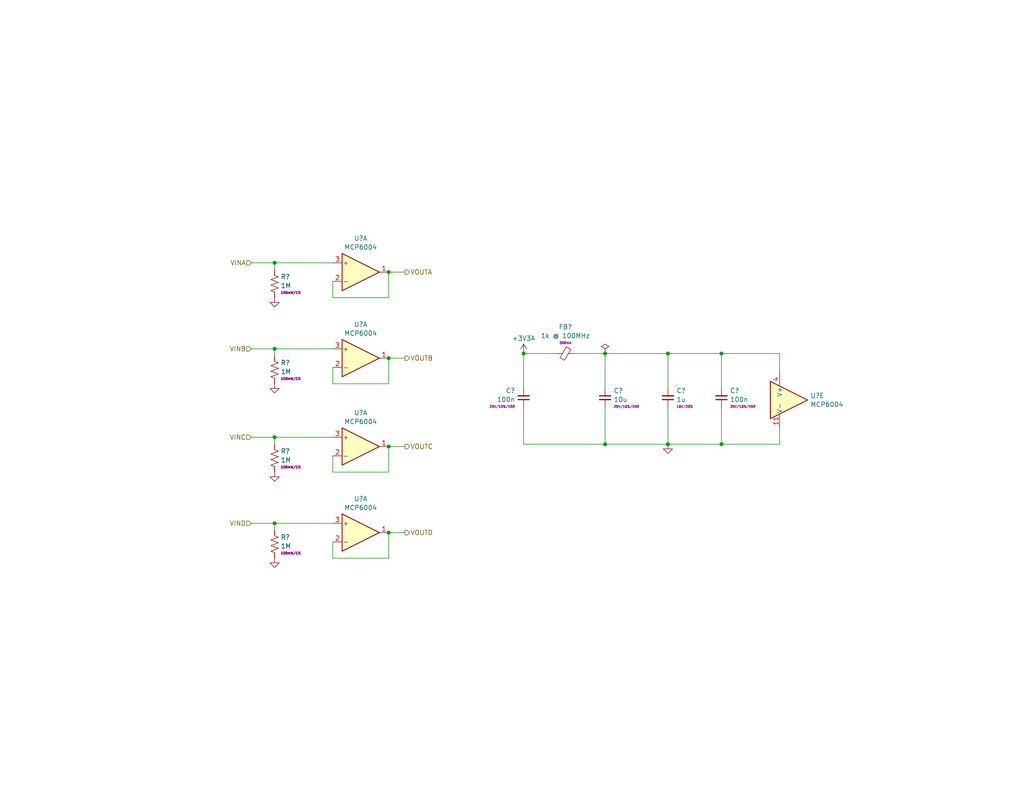
<source format=kicad_sch>
(kicad_sch (version 20230121) (generator eeschema)
  (paper "USLetter")
  (title_block (title "Hubble Motherboard") (date "2021-11-20") (rev "v3") (company "Winterbloom") (comment 1 "Alethea Flowers") (comment 2 "CERN-OHL-P V2") (comment 3 "hubble.wntr.dev"))
  (lib_symbols
    (symbol "Device:C_Small" (pin_numbers hide) (pin_names (offset 0.254) hide)
      (property "Reference" "C" (at 0.254 1.778 0))
      (property "Value" "C_Small" (at 0.254 -2.032 0))
      (symbol "C_Small_0_1"
        (polyline (pts (xy -1.524 -0.508) (xy 1.524 -0.508)) (stroke (width 0.3302)))
        (polyline (pts (xy -1.524 0.508) (xy 1.524 0.508)) (stroke (width 0.3048)))
      )
      (symbol "C_Small_1_1"
        (pin passive line (at 0 2.54 270) (length 2.032) (name "~") (number "1"))
        (pin passive line (at 0 -2.54 90) (length 2.032) (name "~") (number "2"))
      )
    )
    (symbol "Device:FerriteBead_Small" (pin_numbers hide) (pin_names (offset 0))
      (property "Reference" "FB" (at 1.905 1.27 0))
      (property "Value" "FerriteBead_Small" (at 1.905 -1.27 0))
      (symbol "FerriteBead_Small_0_1"
        (polyline (pts (xy 0 -1.27) (xy 0 -0.7874)))
        (polyline (pts (xy 0 0.889) (xy 0 1.2954)))
        (polyline (pts (xy -1.8288 0.2794) (xy -1.1176 1.4986) (xy 1.8288 -0.2032) (xy 1.1176 -1.4224) (xy -1.8288 0.2794)))
      )
      (symbol "FerriteBead_Small_1_1"
        (pin passive line (at 0 2.54 270) (length 1.27) (name "~") (number "1"))
        (pin passive line (at 0 -2.54 90) (length 1.27) (name "~") (number "2"))
      )
    )
    (symbol "Device:R_US" (pin_numbers hide) (pin_names (offset 0))
      (property "Reference" "R" (at 2.54 0 90))
      (property "Value" "R_US" (at -2.54 0 90))
      (symbol "R_US_0_1"
        (polyline (pts (xy 0 -2.286) (xy 0 -2.54)))
        (polyline (pts (xy 0 2.286) (xy 0 2.54)))
        (polyline (pts (xy 0 -0.762) (xy 1.016 -1.143) (xy 0 -1.524) (xy -1.016 -1.905) (xy 0 -2.286)))
        (polyline (pts (xy 0 0.762) (xy 1.016 0.381) (xy 0 0) (xy -1.016 -0.381) (xy 0 -0.762)))
        (polyline (pts (xy 0 2.286) (xy 1.016 1.905) (xy 0 1.524) (xy -1.016 1.143) (xy 0 0.762)))
      )
      (symbol "R_US_1_1"
        (pin passive line (at 0 3.81 270) (length 1.27) (name "~") (number "1"))
        (pin passive line (at 0 -3.81 90) (length 1.27) (name "~") (number "2"))
      )
    )
    (symbol "hubble:+3V3A" (power) (pin_names (offset 0))
      (property "Value" "+3V3A" (at 0 4.1331 0))
      (symbol "+3V3A_0_1"
        (polyline (pts (xy -0.762 1.27) (xy 0 2.54)))
        (polyline (pts (xy 0 0) (xy 0 2.54)))
        (polyline (pts (xy 0 2.54) (xy 0.762 1.27)))
      )
      (symbol "+3V3A_1_1"
        (pin power_in line (at 0 0 90) (length 0) hide (name "+3V3A") (number "1"))
      )
    )
    (symbol "power:GND" (power) (pin_names (offset 0))
      (property "Value" "GND" (at 0 -3.81 0))
      (symbol "GND_0_1"
        (polyline (pts (xy 0 0) (xy 0 -1.27) (xy 1.27 -1.27) (xy 0 -2.54) (xy -1.27 -1.27) (xy 0 -1.27)))
      )
      (symbol "GND_1_1"
        (pin power_in line (at 0 0 270) (length 0) hide (name "GND") (number "1"))
      )
    )
    (symbol "power:PWR_FLAG" (power) (pin_numbers hide) (pin_names (offset 0) hide)
      (property "Value" "PWR_FLAG" (at 0 3.81 0))
      (symbol "PWR_FLAG_0_0"
        (pin power_out line (at 0 0 90) (length 0) (name "pwr") (number "1"))
      )
      (symbol "PWR_FLAG_0_1"
        (polyline (pts (xy 0 0) (xy 0 1.27) (xy -1.016 1.905) (xy 0 2.54) (xy 1.016 1.905) (xy 0 1.27)))
      )
    )
    (symbol "winterbloom:MCP6004" (pin_names (offset 0.127))
      (property "Reference" "U" (at 0 3.81 0))
      (property "Value" "MCP6004" (at 0 -3.81 0))
      (symbol "MCP6004_1_1"
        (polyline (pts (xy -5.08 5.08) (xy 5.08 0) (xy -5.08 -5.08) (xy -5.08 5.08)) (stroke (width 0.254)) (fill (type background)))
        (pin output line (at 7.62 0 180) (length 2.54) (name "~") (number "1"))
        (pin input line (at -7.62 -2.54 0) (length 2.54) (name "-") (number "2"))
        (pin input line (at -7.62 2.54 0) (length 2.54) (name "+") (number "3"))
      )
      (symbol "MCP6004_2_1"
        (polyline (pts (xy -5.08 5.08) (xy 5.08 0) (xy -5.08 -5.08) (xy -5.08 5.08)) (stroke (width 0.254)) (fill (type background)))
        (pin input line (at -7.62 2.54 0) (length 2.54) (name "+") (number "5"))
        (pin input line (at -7.62 -2.54 0) (length 2.54) (name "-") (number "6"))
        (pin output line (at 7.62 0 180) (length 2.54) (name "~") (number "7"))
      )
      (symbol "MCP6004_3_1"
        (polyline (pts (xy -5.08 5.08) (xy 5.08 0) (xy -5.08 -5.08) (xy -5.08 5.08)) (stroke (width 0.254)) (fill (type background)))
        (pin input line (at -7.62 2.54 0) (length 2.54) (name "+") (number "10"))
        (pin output line (at 7.62 0 180) (length 2.54) (name "~") (number "8"))
        (pin input line (at -7.62 -2.54 0) (length 2.54) (name "-") (number "9"))
      )
      (symbol "MCP6004_4_1"
        (polyline (pts (xy -5.08 5.08) (xy 5.08 0) (xy -5.08 -5.08) (xy -5.08 5.08)) (stroke (width 0.254)) (fill (type background)))
        (pin input line (at -7.62 2.54 0) (length 2.54) (name "+") (number "12"))
        (pin input line (at -7.62 -2.54 0) (length 2.54) (name "-") (number "13"))
        (pin output line (at 7.62 0 180) (length 2.54) (name "~") (number "14"))
      )
      (symbol "MCP6004_5_1"
        (polyline (pts (xy -5.08 5.08) (xy 5.08 0) (xy -5.08 -5.08) (xy -5.08 5.08)) (stroke (width 0.254)) (fill (type background)))
        (pin power_in line (at -2.54 -7.62 90) (length 3.81) (name "V-") (number "11"))
        (pin power_in line (at -2.54 7.62 270) (length 3.81) (name "V+") (number "4"))
      )
    )
  )
  (junction (at 106.045 97.79))
  (junction (at 196.85 121.285))
  (junction (at 165.1 96.52))
  (junction (at 165.1 121.285))
  (junction (at 106.045 74.295))
  (junction (at 74.93 142.875))
  (junction (at 142.875 96.52))
  (junction (at 74.93 95.25))
  (junction (at 182.245 96.52))
  (junction (at 74.93 119.38))
  (junction (at 106.045 121.92))
  (junction (at 182.245 121.285))
  (junction (at 74.93 71.755))
  (junction (at 196.85 96.52))
  (junction (at 106.045 145.415))
  (wire (pts (xy 106.045 97.79) (xy 110.49 97.79)))
  (wire (pts (xy 142.875 121.285) (xy 165.1 121.285)))
  (wire (pts (xy 74.93 95.25) (xy 90.805 95.25)))
  (wire (pts (xy 74.93 71.755) (xy 90.805 71.755)))
  (wire (pts (xy 74.93 97.155) (xy 74.93 95.25)))
  (wire (pts (xy 165.1 121.285) (xy 182.245 121.285)))
  (wire (pts (xy 142.875 96.52) (xy 142.875 106.045)))
  (wire (pts (xy 74.93 142.875) (xy 90.805 142.875)))
  (wire (pts (xy 182.245 111.125) (xy 182.245 121.285)))
  (wire (pts (xy 165.1 111.125) (xy 165.1 121.285)))
  (wire (pts (xy 106.045 121.92) (xy 110.49 121.92)))
  (wire (pts (xy 68.58 119.38) (xy 74.93 119.38)))
  (wire (pts (xy 212.725 96.52) (xy 196.85 96.52)))
  (wire (pts (xy 142.875 111.125) (xy 142.875 121.285)))
  (wire (pts (xy 212.725 101.6) (xy 212.725 96.52)))
  (wire (pts (xy 68.58 71.755) (xy 74.93 71.755)))
  (wire (pts (xy 212.725 116.84) (xy 212.725 121.285)))
  (wire (pts (xy 182.245 121.285) (xy 196.85 121.285)))
  (wire (pts (xy 90.805 104.775) (xy 90.805 100.33)))
  (wire (pts (xy 165.1 96.52) (xy 182.245 96.52)))
  (wire (pts (xy 142.875 96.52) (xy 151.765 96.52)))
  (wire (pts (xy 68.58 95.25) (xy 74.93 95.25)))
  (wire (pts (xy 106.045 145.415) (xy 110.49 145.415)))
  (wire (pts (xy 68.58 142.875) (xy 74.93 142.875)))
  (wire (pts (xy 74.93 121.285) (xy 74.93 119.38)))
  (wire (pts (xy 74.93 119.38) (xy 90.805 119.38)))
  (wire (pts (xy 90.805 128.905) (xy 90.805 124.46)))
  (wire (pts (xy 90.805 152.4) (xy 90.805 147.955)))
  (wire (pts (xy 196.85 121.285) (xy 212.725 121.285)))
  (wire (pts (xy 182.245 106.045) (xy 182.245 96.52)))
  (wire (pts (xy 196.85 111.125) (xy 196.85 121.285)))
  (wire (pts (xy 106.045 145.415) (xy 106.045 152.4)))
  (wire (pts (xy 165.1 96.52) (xy 165.1 106.045)))
  (wire (pts (xy 106.045 121.92) (xy 106.045 128.905)))
  (wire (pts (xy 74.93 144.78) (xy 74.93 142.875)))
  (wire (pts (xy 196.85 96.52) (xy 196.85 106.045)))
  (wire (pts (xy 106.045 128.905) (xy 90.805 128.905)))
  (wire (pts (xy 74.93 73.66) (xy 74.93 71.755)))
  (wire (pts (xy 156.845 96.52) (xy 165.1 96.52)))
  (wire (pts (xy 182.245 96.52) (xy 196.85 96.52)))
  (wire (pts (xy 90.805 81.28) (xy 90.805 76.835)))
  (wire (pts (xy 106.045 97.79) (xy 106.045 104.775)))
  (wire (pts (xy 106.045 74.295) (xy 106.045 81.28)))
  (wire (pts (xy 106.045 74.295) (xy 110.49 74.295)))
  (wire (pts (xy 106.045 104.775) (xy 90.805 104.775)))
  (wire (pts (xy 106.045 81.28) (xy 90.805 81.28)))
  (wire (pts (xy 106.045 152.4) (xy 90.805 152.4)))
  (hierarchical_label "VOUTB" (shape output) (at 110.49 97.79 0))
  (hierarchical_label "VIND" (shape input) (at 68.58 142.875 180))
  (hierarchical_label "VINA" (shape input) (at 68.58 71.755 180))
  (hierarchical_label "VINC" (shape input) (at 68.58 119.38 180))
  (hierarchical_label "VOUTD" (shape output) (at 110.49 145.415 0))
  (hierarchical_label "VOUTC" (shape output) (at 110.49 121.92 0))
  (hierarchical_label "VINB" (shape input) (at 68.58 95.25 180))
  (hierarchical_label "VOUTA" (shape output) (at 110.49 74.295 0))
  (symbol (lib_id "Device:R_US") (at 74.93 100.965 0) (unit 1)
    (property "Reference" "R?" (at 76.581 99.0476 0) (effects (justify left)))
    (property "Value" "1M" (at 76.581 101.4718 0) (effects (justify left)))
    (property "Footprint" "winterbloom:R_0603_HandSolder" (effects hide))
    (property "Rating" "100mW/1%" (at 76.581 103.3892 0) (effects (font (size 0.64 0.64)) (justify left)))
    (instances (project "board" (path "" (reference "R?") (unit 1)) (path "" (reference "R?") (unit 1))) (project "hubble" (path "" (reference "R802") (unit 1))))
  )
  (symbol (lib_id "Device:FerriteBead_Small") (at 154.305 96.52 90) (unit 1)
    (property "Reference" "FB?" (at 154.2669 89.2633 90))
    (property "Value" "1k @ 100MHz" (at 154.2669 91.6875 90))
    (property "Footprint" "winterbloom:L_0603_HandSolder" (effects hide))
    (property "Notes" "Power filter" (effects hide))
    (property "Rating" "300mA" (at 154.2669 93.6049 90) (effects (font (size 0.64 0.64))))
    (property "MPN" "BLM18BD121SN1D" (effects hide))
    (instances (project "board" (path "" (reference "FB?") (unit 1))) (project "mainboard" (path "" (reference "FB?") (unit 1))) (project "hubble" (path "" (reference "FB801") (unit 1))))
  )
  (symbol (lib_id "winterbloom:MCP6004") (at 215.265 109.22 0) (unit 5)
    (property "Reference" "U?" (at 221.107 108.0079 0) (effects (justify left)))
    (property "Value" "MCP6004" (at 221.107 110.4321 0) (effects (justify left)))
    (property "Footprint" "Package_SO:TSSOP-14_4.4x5mm_P0.65mm" (effects hide))
    (property "Datasheet" "http://datasheet.octopart.com/MCP6001T-I/OT-Microchip-datasheet-8823409.pdf" (effects hide))
    (property "MPN" "MCP6004T-I/ST, MCP6004T-E/ST" (effects hide))
    (instances (project "mainboard" (path "" (reference "U?") (unit 5))) (project "hubble" (path "" (reference "U801") (unit 5))))
  )
  (symbol (lib_id "power:PWR_FLAG") (at 165.1 96.52 0) (unit 1)
    (property "Reference" "#FLG0801" (effects hide))
    (property "Value" "PWR_FLAG" (effects hide))
  )
  (symbol (lib_id "winterbloom:MCP6004") (at 98.425 145.415 0) (unit 1)
    (property "Reference" "U?" (at 98.425 136.1907 0))
    (property "Value" "MCP6004" (at 98.425 138.6149 0))
    (property "Footprint" "Package_SO:TSSOP-14_4.4x5mm_P0.65mm" (effects hide))
    (property "Datasheet" "http://datasheet.octopart.com/MCP6001T-I/OT-Microchip-datasheet-8823409.pdf" (effects hide))
    (property "MPN" "MCP6004T-I/ST, MCP6004T-E/ST" (effects hide))
    (instances (project "mainboard" (path "" (reference "U?") (unit 1))) (project "hubble" (path "" (reference "U801") (unit 4))))
  )
  (symbol (lib_id "power:GND") (at 74.93 104.775 0) (unit 1)
    (property "Reference" "#PWR0803" (effects hide))
    (property "Value" "GND" (effects hide))
  )
  (symbol (lib_id "Device:C_Small") (at 165.1 108.585 0) (unit 1)
    (property "Reference" "C?" (at 167.4241 106.6739 0) (effects (justify left)))
    (property "Value" "10u" (at 167.4241 109.0981 0) (effects (justify left)))
    (property "Footprint" "winterbloom:C_0805_HandSolder" (effects hide))
    (property "Notes" "Bulk/bypass" (effects hide))
    (property "Rating" "25V/10%/X5R" (at 167.4241 111.0155 0) (effects (font (size 0.64 0.64)) (justify left)))
    (property "MPN" "GRM21BR61E106KA73K" (effects hide))
    (instances (project "board" (path "" (reference "C?") (unit 1))) (project "mainboard" (path "" (reference "C?") (unit 1))) (project "hubble" (path "" (reference "C802") (unit 1))))
  )
  (symbol (lib_id "Device:R_US") (at 74.93 125.095 0) (unit 1)
    (property "Reference" "R?" (at 76.581 123.1776 0) (effects (justify left)))
    (property "Value" "1M" (at 76.581 125.6018 0) (effects (justify left)))
    (property "Footprint" "winterbloom:R_0603_HandSolder" (effects hide))
    (property "Rating" "100mW/1%" (at 76.581 127.5192 0) (effects (font (size 0.64 0.64)) (justify left)))
    (instances (project "board" (path "" (reference "R?") (unit 1)) (path "" (reference "R?") (unit 1))) (project "hubble" (path "" (reference "R803") (unit 1))))
  )
  (symbol (lib_id "power:GND") (at 74.93 152.4 0) (unit 1)
    (property "Reference" "#PWR0806" (effects hide))
    (property "Value" "GND" (effects hide))
  )
  (symbol (lib_id "winterbloom:MCP6004") (at 98.425 97.79 0) (unit 1)
    (property "Reference" "U?" (at 98.425 88.5657 0))
    (property "Value" "MCP6004" (at 98.425 90.9899 0))
    (property "Footprint" "Package_SO:TSSOP-14_4.4x5mm_P0.65mm" (effects hide))
    (property "Datasheet" "http://datasheet.octopart.com/MCP6001T-I/OT-Microchip-datasheet-8823409.pdf" (effects hide))
    (property "MPN" "MCP6004T-I/ST, MCP6004T-E/ST" (effects hide))
    (instances (project "mainboard" (path "" (reference "U?") (unit 1))) (project "hubble" (path "" (reference "U801") (unit 2))))
  )
  (symbol (lib_id "power:GND") (at 74.93 128.905 0) (unit 1)
    (property "Reference" "#PWR0805" (effects hide))
    (property "Value" "GND" (effects hide))
  )
  (symbol (lib_id "Device:C_Small") (at 196.85 108.585 180) (unit 1)
    (property "Reference" "C?" (at 199.1741 106.6612 0) (effects (justify right)))
    (property "Value" "100n" (at 199.1741 109.0854 0) (effects (justify right)))
    (property "Footprint" "winterbloom:C_0603_HandSolder" (effects hide))
    (property "Notes" "Bypass" (effects hide))
    (property "Rating" "25V/10%/X5R" (at 199.1741 111.0028 0) (effects (font (size 0.64 0.64)) (justify right)))
    (instances (project "mainboard" (path "" (reference "C?") (unit 1))) (project "hubble" (path "" (reference "C804") (unit 1))))
  )
  (symbol (lib_id "power:GND") (at 74.93 81.28 0) (unit 1)
    (property "Reference" "#PWR0801" (effects hide))
    (property "Value" "GND" (effects hide))
  )
  (symbol (lib_id "winterbloom:MCP6004") (at 98.425 121.92 0) (unit 1)
    (property "Reference" "U?" (at 98.425 112.6957 0))
    (property "Value" "MCP6004" (at 98.425 115.1199 0))
    (property "Footprint" "Package_SO:TSSOP-14_4.4x5mm_P0.65mm" (effects hide))
    (property "Datasheet" "http://datasheet.octopart.com/MCP6001T-I/OT-Microchip-datasheet-8823409.pdf" (effects hide))
    (property "MPN" "MCP6004T-I/ST, MCP6004T-E/ST" (effects hide))
    (instances (project "mainboard" (path "" (reference "U?") (unit 1))) (project "hubble" (path "" (reference "U801") (unit 3))))
  )
  (symbol (lib_id "Device:R_US") (at 74.93 148.59 0) (unit 1)
    (property "Reference" "R?" (at 76.581 146.6726 0) (effects (justify left)))
    (property "Value" "1M" (at 76.581 149.0968 0) (effects (justify left)))
    (property "Footprint" "winterbloom:R_0603_HandSolder" (effects hide))
    (property "Rating" "100mW/1%" (at 76.581 151.0142 0) (effects (font (size 0.64 0.64)) (justify left)))
    (instances (project "board" (path "" (reference "R?") (unit 1)) (path "" (reference "R?") (unit 1))) (project "hubble" (path "" (reference "R804") (unit 1))))
  )
  (symbol (lib_id "Device:R_US") (at 74.93 77.47 0) (unit 1)
    (property "Reference" "R?" (at 76.581 75.5526 0) (effects (justify left)))
    (property "Value" "1M" (at 76.581 77.9768 0) (effects (justify left)))
    (property "Footprint" "winterbloom:R_0603_HandSolder" (effects hide))
    (property "Rating" "100mW/1%" (at 76.581 79.8942 0) (effects (font (size 0.64 0.64)) (justify left)))
    (instances (project "board" (path "" (reference "R?") (unit 1)) (path "" (reference "R?") (unit 1))) (project "hubble" (path "" (reference "R801") (unit 1))))
  )
  (symbol (lib_id "hubble:+3V3A") (at 142.875 96.52 0) (unit 1)
    (property "Reference" "#PWR?" (effects hide))
    (property "Value" "+3V3A" (at 142.875 92.3869 0))
    (instances (project "starfish" (path "" (reference "#PWR?") (unit 1))) (project "hubble" (path "" (reference "#PWR0802") (unit 1))))
  )
  (symbol (lib_id "Device:C_Small") (at 182.245 108.585 180) (unit 1)
    (property "Reference" "C?" (at 184.5691 106.6612 0) (effects (justify right)))
    (property "Value" "1u" (at 184.5691 109.0854 0) (effects (justify right)))
    (property "Footprint" "winterbloom:C_0603_HandSolder" (effects hide))
    (property "Notes" "Bypass" (effects hide))
    (property "Rating" "16V/20%" (at 184.5691 111.0028 0) (effects (font (size 0.64 0.64)) (justify right)))
    (instances (project "mainboard" (path "" (reference "C?") (unit 1))) (project "hubble" (path "" (reference "C803") (unit 1))))
  )
  (symbol (lib_id "power:GND") (at 182.245 121.285 0) (unit 1)
    (property "Reference" "#PWR?" (effects hide))
    (property "Value" "GND" (effects hide))
    (instances (project "mainboard" (path "" (reference "#PWR?") (unit 1))) (project "hubble" (path "" (reference "#PWR0804") (unit 1))))
  )
  (symbol (lib_id "winterbloom:MCP6004") (at 98.425 74.295 0) (unit 1)
    (property "Reference" "U?" (at 98.425 65.0707 0))
    (property "Value" "MCP6004" (at 98.425 67.4949 0))
    (property "Footprint" "Package_SO:TSSOP-14_4.4x5mm_P0.65mm" (effects hide))
    (property "Datasheet" "http://datasheet.octopart.com/MCP6001T-I/OT-Microchip-datasheet-8823409.pdf" (effects hide))
    (property "MPN" "MCP6004T-I/ST, MCP6004T-E/ST" (effects hide))
    (instances (project "mainboard" (path "" (reference "U?") (unit 1))) (project "hubble" (path "" (reference "U801") (unit 1))))
  )
  (symbol (lib_id "Device:C_Small") (at 142.875 108.585 0) (mirror x) (unit 1)
    (property "Reference" "C?" (at 140.5509 106.6612 0) (effects (justify right)))
    (property "Value" "100n" (at 140.5509 109.0854 0) (effects (justify right)))
    (property "Footprint" "winterbloom:C_0603_HandSolder" (effects hide))
    (property "Notes" "Bypass" (effects hide))
    (property "Rating" "25V/10%/X5R" (at 140.5509 111.0028 0) (effects (font (size 0.64 0.64)) (justify right)))
    (instances (project "board" (path "" (reference "C?") (unit 1))) (project "mainboard" (path "" (reference "C?") (unit 1))) (project "VCA" (path "" (reference "C?") (unit 1)) (path "" (reference "C?") (unit 1))) (project "hubble" (path "" (reference "C801") (unit 1))))
  )
)
</source>
